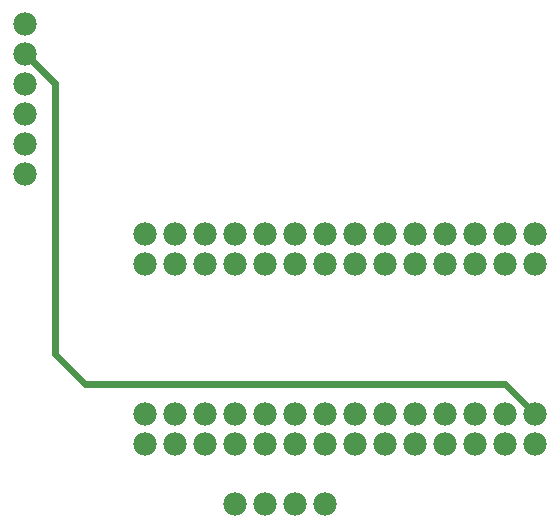
<source format=gtl>
G04 MADE WITH FRITZING*
G04 WWW.FRITZING.ORG*
G04 DOUBLE SIDED*
G04 HOLES PLATED*
G04 CONTOUR ON CENTER OF CONTOUR VECTOR*
%ASAXBY*%
%FSLAX23Y23*%
%MOIN*%
%OFA0B0*%
%SFA1.0B1.0*%
%ADD10C,0.078000*%
%ADD11C,0.024000*%
%LNCOPPER1*%
G90*
G70*
G54D10*
X1890Y1000D03*
X1790Y1000D03*
X1690Y1000D03*
X1590Y1000D03*
X1490Y1000D03*
X1390Y1000D03*
X1290Y1000D03*
X1190Y1000D03*
X1090Y1000D03*
X990Y1000D03*
X890Y1000D03*
X790Y1000D03*
X690Y1000D03*
X590Y1000D03*
X1890Y1000D03*
X1790Y1000D03*
X1690Y1000D03*
X1590Y1000D03*
X1490Y1000D03*
X1390Y1000D03*
X1290Y1000D03*
X1190Y1000D03*
X1090Y1000D03*
X990Y1000D03*
X890Y1000D03*
X790Y1000D03*
X690Y1000D03*
X590Y1000D03*
X1890Y900D03*
X1790Y900D03*
X1690Y900D03*
X1590Y900D03*
X1490Y900D03*
X1390Y900D03*
X1290Y900D03*
X1190Y900D03*
X1090Y900D03*
X990Y900D03*
X890Y900D03*
X790Y900D03*
X690Y900D03*
X590Y900D03*
X1890Y900D03*
X1790Y900D03*
X1690Y900D03*
X1590Y900D03*
X1490Y900D03*
X1390Y900D03*
X1290Y900D03*
X1190Y900D03*
X1090Y900D03*
X990Y900D03*
X890Y900D03*
X790Y900D03*
X690Y900D03*
X590Y900D03*
X1890Y1500D03*
X1790Y1500D03*
X1690Y1500D03*
X1590Y1500D03*
X1490Y1500D03*
X1390Y1500D03*
X1290Y1500D03*
X1190Y1500D03*
X1090Y1500D03*
X990Y1500D03*
X890Y1500D03*
X790Y1500D03*
X690Y1500D03*
X590Y1500D03*
X1890Y1500D03*
X1790Y1500D03*
X1690Y1500D03*
X1590Y1500D03*
X1490Y1500D03*
X1390Y1500D03*
X1290Y1500D03*
X1190Y1500D03*
X1090Y1500D03*
X990Y1500D03*
X890Y1500D03*
X790Y1500D03*
X690Y1500D03*
X590Y1500D03*
X1890Y1600D03*
X1790Y1600D03*
X1690Y1600D03*
X1590Y1600D03*
X1490Y1600D03*
X1390Y1600D03*
X1290Y1600D03*
X1190Y1600D03*
X1090Y1600D03*
X990Y1600D03*
X890Y1600D03*
X790Y1600D03*
X690Y1600D03*
X590Y1600D03*
X1890Y1600D03*
X1790Y1600D03*
X1690Y1600D03*
X1590Y1600D03*
X1490Y1600D03*
X1390Y1600D03*
X1290Y1600D03*
X1190Y1600D03*
X1090Y1600D03*
X990Y1600D03*
X890Y1600D03*
X790Y1600D03*
X690Y1600D03*
X590Y1600D03*
X1190Y700D03*
X1090Y700D03*
X990Y700D03*
X890Y700D03*
X1190Y700D03*
X1090Y700D03*
X990Y700D03*
X890Y700D03*
X190Y2300D03*
X190Y2200D03*
X190Y2100D03*
X190Y2000D03*
X190Y1900D03*
X190Y1800D03*
X190Y2300D03*
X190Y2200D03*
X190Y2100D03*
X190Y2000D03*
X190Y1900D03*
X190Y1800D03*
G54D11*
X290Y1199D02*
X290Y2101D01*
D02*
X290Y2101D02*
X211Y2179D01*
D02*
X389Y1100D02*
X290Y1199D01*
D02*
X1791Y1100D02*
X389Y1100D01*
D02*
X1868Y1022D02*
X1791Y1100D01*
G04 End of Copper1*
M02*
</source>
